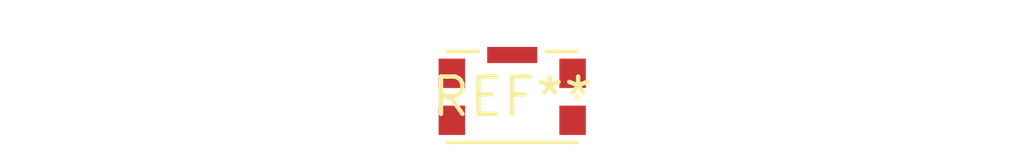
<source format=kicad_pcb>
(kicad_pcb (version 20240108) (generator pcbnew)
  (layers (0 "F.Cu" signal) (31 "B.Cu" signal) (34 "B.Paste" user) (35 "F.Paste" user) (36 "B.SilkS" user "B.Silkscreen") (37 "F.SilkS" user "F.Silkscreen") (38 "B.Mask" user) (39 "F.Mask" user) (44 "Edge.Cuts" user))
  (net 0 "")
  (footprint "SW_Push_1P1T-SH_NO_CK_KMR2xxG" (layer "F.Cu") (at 0 0)
    (property "Reference" "REF**")
    (property "Value" "SW_Push_1P1T-SH_NO_CK_KMR2xxG")
    (fp_line (start -2.2 0.05) (end -2.2 -0.05) (layer "F.SilkS") (stroke (width 0.12)))
    (fp_line (start -2.2 1.55) (end 2.2 1.55) (layer "F.SilkS") (stroke (width 0.12)))
    (fp_line (start -1.15 -1.55) (end -2.2 -1.55) (layer "F.SilkS") (stroke (width 0.12)))
    (fp_line (start 2.2 -1.55) (end 1.15 -1.55) (layer "F.SilkS") (stroke (width 0.12)))
    (fp_line (start 2.2 0.05) (end 2.2 -0.05) (layer "F.SilkS") (stroke (width 0.12)))
    (pad "1" smd rect (at -2.05 -0.8) (size 0.9 1) (layers "F.Cu" "F.Paste" "F.Mask"))
    (pad "1" smd rect (at 2.05 -0.8) (size 0.9 1) (layers "F.Cu" "F.Paste" "F.Mask"))
    (pad "2" smd rect (at -2.05 0.8) (size 0.9 1) (layers "F.Cu" "F.Paste" "F.Mask"))
    (pad "2" smd rect (at 2.05 0.8) (size 0.9 1) (layers "F.Cu" "F.Paste" "F.Mask"))
    (pad "SH" smd rect (at 0 -1.425) (size 1.7 0.55) (layers "F.Cu" "F.Paste" "F.Mask"))
  )
)
</source>
